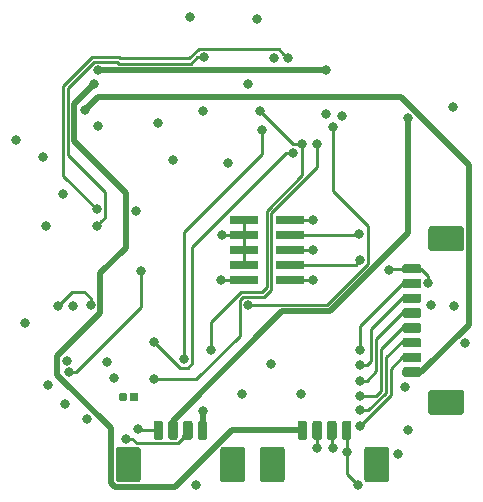
<source format=gbl>
G04 #@! TF.GenerationSoftware,KiCad,Pcbnew,(5.1.5)-3*
G04 #@! TF.CreationDate,2021-09-26T22:58:58-04:00*
G04 #@! TF.ProjectId,EPC611 LIDAR,45504336-3131-4204-9c49-4441522e6b69,rev?*
G04 #@! TF.SameCoordinates,Original*
G04 #@! TF.FileFunction,Copper,L4,Bot*
G04 #@! TF.FilePolarity,Positive*
%FSLAX46Y46*%
G04 Gerber Fmt 4.6, Leading zero omitted, Abs format (unit mm)*
G04 Created by KiCad (PCBNEW (5.1.5)-3) date 2021-09-26 22:58:58*
%MOMM*%
%LPD*%
G04 APERTURE LIST*
%ADD10O,0.780000X0.780000*%
%ADD11R,0.780000X0.780000*%
%ADD12C,0.100000*%
%ADD13R,2.400000X0.740000*%
%ADD14C,0.800000*%
%ADD15C,0.250000*%
%ADD16C,0.500000*%
G04 APERTURE END LIST*
D10*
X89700000Y-106600000D03*
D11*
X90700000Y-106600000D03*
G04 #@! TA.AperFunction,SMDPad,CuDef*
D12*
G36*
X118374504Y-105976204D02*
G01*
X118398773Y-105979804D01*
X118422571Y-105985765D01*
X118445671Y-105994030D01*
X118467849Y-106004520D01*
X118488893Y-106017133D01*
X118508598Y-106031747D01*
X118526777Y-106048223D01*
X118543253Y-106066402D01*
X118557867Y-106086107D01*
X118570480Y-106107151D01*
X118580970Y-106129329D01*
X118589235Y-106152429D01*
X118595196Y-106176227D01*
X118598796Y-106200496D01*
X118600000Y-106225000D01*
X118600000Y-107825000D01*
X118598796Y-107849504D01*
X118595196Y-107873773D01*
X118589235Y-107897571D01*
X118580970Y-107920671D01*
X118570480Y-107942849D01*
X118557867Y-107963893D01*
X118543253Y-107983598D01*
X118526777Y-108001777D01*
X118508598Y-108018253D01*
X118488893Y-108032867D01*
X118467849Y-108045480D01*
X118445671Y-108055970D01*
X118422571Y-108064235D01*
X118398773Y-108070196D01*
X118374504Y-108073796D01*
X118350000Y-108075000D01*
X115850000Y-108075000D01*
X115825496Y-108073796D01*
X115801227Y-108070196D01*
X115777429Y-108064235D01*
X115754329Y-108055970D01*
X115732151Y-108045480D01*
X115711107Y-108032867D01*
X115691402Y-108018253D01*
X115673223Y-108001777D01*
X115656747Y-107983598D01*
X115642133Y-107963893D01*
X115629520Y-107942849D01*
X115619030Y-107920671D01*
X115610765Y-107897571D01*
X115604804Y-107873773D01*
X115601204Y-107849504D01*
X115600000Y-107825000D01*
X115600000Y-106225000D01*
X115601204Y-106200496D01*
X115604804Y-106176227D01*
X115610765Y-106152429D01*
X115619030Y-106129329D01*
X115629520Y-106107151D01*
X115642133Y-106086107D01*
X115656747Y-106066402D01*
X115673223Y-106048223D01*
X115691402Y-106031747D01*
X115711107Y-106017133D01*
X115732151Y-106004520D01*
X115754329Y-105994030D01*
X115777429Y-105985765D01*
X115801227Y-105979804D01*
X115825496Y-105976204D01*
X115850000Y-105975000D01*
X118350000Y-105975000D01*
X118374504Y-105976204D01*
G37*
G04 #@! TD.AperFunction*
G04 #@! TA.AperFunction,SMDPad,CuDef*
G36*
X118374504Y-92126204D02*
G01*
X118398773Y-92129804D01*
X118422571Y-92135765D01*
X118445671Y-92144030D01*
X118467849Y-92154520D01*
X118488893Y-92167133D01*
X118508598Y-92181747D01*
X118526777Y-92198223D01*
X118543253Y-92216402D01*
X118557867Y-92236107D01*
X118570480Y-92257151D01*
X118580970Y-92279329D01*
X118589235Y-92302429D01*
X118595196Y-92326227D01*
X118598796Y-92350496D01*
X118600000Y-92375000D01*
X118600000Y-93975000D01*
X118598796Y-93999504D01*
X118595196Y-94023773D01*
X118589235Y-94047571D01*
X118580970Y-94070671D01*
X118570480Y-94092849D01*
X118557867Y-94113893D01*
X118543253Y-94133598D01*
X118526777Y-94151777D01*
X118508598Y-94168253D01*
X118488893Y-94182867D01*
X118467849Y-94195480D01*
X118445671Y-94205970D01*
X118422571Y-94214235D01*
X118398773Y-94220196D01*
X118374504Y-94223796D01*
X118350000Y-94225000D01*
X115850000Y-94225000D01*
X115825496Y-94223796D01*
X115801227Y-94220196D01*
X115777429Y-94214235D01*
X115754329Y-94205970D01*
X115732151Y-94195480D01*
X115711107Y-94182867D01*
X115691402Y-94168253D01*
X115673223Y-94151777D01*
X115656747Y-94133598D01*
X115642133Y-94113893D01*
X115629520Y-94092849D01*
X115619030Y-94070671D01*
X115610765Y-94047571D01*
X115604804Y-94023773D01*
X115601204Y-93999504D01*
X115600000Y-93975000D01*
X115600000Y-92375000D01*
X115601204Y-92350496D01*
X115604804Y-92326227D01*
X115610765Y-92302429D01*
X115619030Y-92279329D01*
X115629520Y-92257151D01*
X115642133Y-92236107D01*
X115656747Y-92216402D01*
X115673223Y-92198223D01*
X115691402Y-92181747D01*
X115711107Y-92167133D01*
X115732151Y-92154520D01*
X115754329Y-92144030D01*
X115777429Y-92135765D01*
X115801227Y-92129804D01*
X115825496Y-92126204D01*
X115850000Y-92125000D01*
X118350000Y-92125000D01*
X118374504Y-92126204D01*
G37*
G04 #@! TD.AperFunction*
G04 #@! TA.AperFunction,SMDPad,CuDef*
G36*
X114819603Y-104075963D02*
G01*
X114839018Y-104078843D01*
X114858057Y-104083612D01*
X114876537Y-104090224D01*
X114894279Y-104098616D01*
X114911114Y-104108706D01*
X114926879Y-104120398D01*
X114941421Y-104133579D01*
X114954602Y-104148121D01*
X114966294Y-104163886D01*
X114976384Y-104180721D01*
X114984776Y-104198463D01*
X114991388Y-104216943D01*
X114996157Y-104235982D01*
X114999037Y-104255397D01*
X115000000Y-104275000D01*
X115000000Y-104675000D01*
X114999037Y-104694603D01*
X114996157Y-104714018D01*
X114991388Y-104733057D01*
X114984776Y-104751537D01*
X114976384Y-104769279D01*
X114966294Y-104786114D01*
X114954602Y-104801879D01*
X114941421Y-104816421D01*
X114926879Y-104829602D01*
X114911114Y-104841294D01*
X114894279Y-104851384D01*
X114876537Y-104859776D01*
X114858057Y-104866388D01*
X114839018Y-104871157D01*
X114819603Y-104874037D01*
X114800000Y-104875000D01*
X113600000Y-104875000D01*
X113580397Y-104874037D01*
X113560982Y-104871157D01*
X113541943Y-104866388D01*
X113523463Y-104859776D01*
X113505721Y-104851384D01*
X113488886Y-104841294D01*
X113473121Y-104829602D01*
X113458579Y-104816421D01*
X113445398Y-104801879D01*
X113433706Y-104786114D01*
X113423616Y-104769279D01*
X113415224Y-104751537D01*
X113408612Y-104733057D01*
X113403843Y-104714018D01*
X113400963Y-104694603D01*
X113400000Y-104675000D01*
X113400000Y-104275000D01*
X113400963Y-104255397D01*
X113403843Y-104235982D01*
X113408612Y-104216943D01*
X113415224Y-104198463D01*
X113423616Y-104180721D01*
X113433706Y-104163886D01*
X113445398Y-104148121D01*
X113458579Y-104133579D01*
X113473121Y-104120398D01*
X113488886Y-104108706D01*
X113505721Y-104098616D01*
X113523463Y-104090224D01*
X113541943Y-104083612D01*
X113560982Y-104078843D01*
X113580397Y-104075963D01*
X113600000Y-104075000D01*
X114800000Y-104075000D01*
X114819603Y-104075963D01*
G37*
G04 #@! TD.AperFunction*
G04 #@! TA.AperFunction,SMDPad,CuDef*
G36*
X114819603Y-102825963D02*
G01*
X114839018Y-102828843D01*
X114858057Y-102833612D01*
X114876537Y-102840224D01*
X114894279Y-102848616D01*
X114911114Y-102858706D01*
X114926879Y-102870398D01*
X114941421Y-102883579D01*
X114954602Y-102898121D01*
X114966294Y-102913886D01*
X114976384Y-102930721D01*
X114984776Y-102948463D01*
X114991388Y-102966943D01*
X114996157Y-102985982D01*
X114999037Y-103005397D01*
X115000000Y-103025000D01*
X115000000Y-103425000D01*
X114999037Y-103444603D01*
X114996157Y-103464018D01*
X114991388Y-103483057D01*
X114984776Y-103501537D01*
X114976384Y-103519279D01*
X114966294Y-103536114D01*
X114954602Y-103551879D01*
X114941421Y-103566421D01*
X114926879Y-103579602D01*
X114911114Y-103591294D01*
X114894279Y-103601384D01*
X114876537Y-103609776D01*
X114858057Y-103616388D01*
X114839018Y-103621157D01*
X114819603Y-103624037D01*
X114800000Y-103625000D01*
X113600000Y-103625000D01*
X113580397Y-103624037D01*
X113560982Y-103621157D01*
X113541943Y-103616388D01*
X113523463Y-103609776D01*
X113505721Y-103601384D01*
X113488886Y-103591294D01*
X113473121Y-103579602D01*
X113458579Y-103566421D01*
X113445398Y-103551879D01*
X113433706Y-103536114D01*
X113423616Y-103519279D01*
X113415224Y-103501537D01*
X113408612Y-103483057D01*
X113403843Y-103464018D01*
X113400963Y-103444603D01*
X113400000Y-103425000D01*
X113400000Y-103025000D01*
X113400963Y-103005397D01*
X113403843Y-102985982D01*
X113408612Y-102966943D01*
X113415224Y-102948463D01*
X113423616Y-102930721D01*
X113433706Y-102913886D01*
X113445398Y-102898121D01*
X113458579Y-102883579D01*
X113473121Y-102870398D01*
X113488886Y-102858706D01*
X113505721Y-102848616D01*
X113523463Y-102840224D01*
X113541943Y-102833612D01*
X113560982Y-102828843D01*
X113580397Y-102825963D01*
X113600000Y-102825000D01*
X114800000Y-102825000D01*
X114819603Y-102825963D01*
G37*
G04 #@! TD.AperFunction*
G04 #@! TA.AperFunction,SMDPad,CuDef*
G36*
X114819603Y-101575963D02*
G01*
X114839018Y-101578843D01*
X114858057Y-101583612D01*
X114876537Y-101590224D01*
X114894279Y-101598616D01*
X114911114Y-101608706D01*
X114926879Y-101620398D01*
X114941421Y-101633579D01*
X114954602Y-101648121D01*
X114966294Y-101663886D01*
X114976384Y-101680721D01*
X114984776Y-101698463D01*
X114991388Y-101716943D01*
X114996157Y-101735982D01*
X114999037Y-101755397D01*
X115000000Y-101775000D01*
X115000000Y-102175000D01*
X114999037Y-102194603D01*
X114996157Y-102214018D01*
X114991388Y-102233057D01*
X114984776Y-102251537D01*
X114976384Y-102269279D01*
X114966294Y-102286114D01*
X114954602Y-102301879D01*
X114941421Y-102316421D01*
X114926879Y-102329602D01*
X114911114Y-102341294D01*
X114894279Y-102351384D01*
X114876537Y-102359776D01*
X114858057Y-102366388D01*
X114839018Y-102371157D01*
X114819603Y-102374037D01*
X114800000Y-102375000D01*
X113600000Y-102375000D01*
X113580397Y-102374037D01*
X113560982Y-102371157D01*
X113541943Y-102366388D01*
X113523463Y-102359776D01*
X113505721Y-102351384D01*
X113488886Y-102341294D01*
X113473121Y-102329602D01*
X113458579Y-102316421D01*
X113445398Y-102301879D01*
X113433706Y-102286114D01*
X113423616Y-102269279D01*
X113415224Y-102251537D01*
X113408612Y-102233057D01*
X113403843Y-102214018D01*
X113400963Y-102194603D01*
X113400000Y-102175000D01*
X113400000Y-101775000D01*
X113400963Y-101755397D01*
X113403843Y-101735982D01*
X113408612Y-101716943D01*
X113415224Y-101698463D01*
X113423616Y-101680721D01*
X113433706Y-101663886D01*
X113445398Y-101648121D01*
X113458579Y-101633579D01*
X113473121Y-101620398D01*
X113488886Y-101608706D01*
X113505721Y-101598616D01*
X113523463Y-101590224D01*
X113541943Y-101583612D01*
X113560982Y-101578843D01*
X113580397Y-101575963D01*
X113600000Y-101575000D01*
X114800000Y-101575000D01*
X114819603Y-101575963D01*
G37*
G04 #@! TD.AperFunction*
G04 #@! TA.AperFunction,SMDPad,CuDef*
G36*
X114819603Y-100325963D02*
G01*
X114839018Y-100328843D01*
X114858057Y-100333612D01*
X114876537Y-100340224D01*
X114894279Y-100348616D01*
X114911114Y-100358706D01*
X114926879Y-100370398D01*
X114941421Y-100383579D01*
X114954602Y-100398121D01*
X114966294Y-100413886D01*
X114976384Y-100430721D01*
X114984776Y-100448463D01*
X114991388Y-100466943D01*
X114996157Y-100485982D01*
X114999037Y-100505397D01*
X115000000Y-100525000D01*
X115000000Y-100925000D01*
X114999037Y-100944603D01*
X114996157Y-100964018D01*
X114991388Y-100983057D01*
X114984776Y-101001537D01*
X114976384Y-101019279D01*
X114966294Y-101036114D01*
X114954602Y-101051879D01*
X114941421Y-101066421D01*
X114926879Y-101079602D01*
X114911114Y-101091294D01*
X114894279Y-101101384D01*
X114876537Y-101109776D01*
X114858057Y-101116388D01*
X114839018Y-101121157D01*
X114819603Y-101124037D01*
X114800000Y-101125000D01*
X113600000Y-101125000D01*
X113580397Y-101124037D01*
X113560982Y-101121157D01*
X113541943Y-101116388D01*
X113523463Y-101109776D01*
X113505721Y-101101384D01*
X113488886Y-101091294D01*
X113473121Y-101079602D01*
X113458579Y-101066421D01*
X113445398Y-101051879D01*
X113433706Y-101036114D01*
X113423616Y-101019279D01*
X113415224Y-101001537D01*
X113408612Y-100983057D01*
X113403843Y-100964018D01*
X113400963Y-100944603D01*
X113400000Y-100925000D01*
X113400000Y-100525000D01*
X113400963Y-100505397D01*
X113403843Y-100485982D01*
X113408612Y-100466943D01*
X113415224Y-100448463D01*
X113423616Y-100430721D01*
X113433706Y-100413886D01*
X113445398Y-100398121D01*
X113458579Y-100383579D01*
X113473121Y-100370398D01*
X113488886Y-100358706D01*
X113505721Y-100348616D01*
X113523463Y-100340224D01*
X113541943Y-100333612D01*
X113560982Y-100328843D01*
X113580397Y-100325963D01*
X113600000Y-100325000D01*
X114800000Y-100325000D01*
X114819603Y-100325963D01*
G37*
G04 #@! TD.AperFunction*
G04 #@! TA.AperFunction,SMDPad,CuDef*
G36*
X114819603Y-99075963D02*
G01*
X114839018Y-99078843D01*
X114858057Y-99083612D01*
X114876537Y-99090224D01*
X114894279Y-99098616D01*
X114911114Y-99108706D01*
X114926879Y-99120398D01*
X114941421Y-99133579D01*
X114954602Y-99148121D01*
X114966294Y-99163886D01*
X114976384Y-99180721D01*
X114984776Y-99198463D01*
X114991388Y-99216943D01*
X114996157Y-99235982D01*
X114999037Y-99255397D01*
X115000000Y-99275000D01*
X115000000Y-99675000D01*
X114999037Y-99694603D01*
X114996157Y-99714018D01*
X114991388Y-99733057D01*
X114984776Y-99751537D01*
X114976384Y-99769279D01*
X114966294Y-99786114D01*
X114954602Y-99801879D01*
X114941421Y-99816421D01*
X114926879Y-99829602D01*
X114911114Y-99841294D01*
X114894279Y-99851384D01*
X114876537Y-99859776D01*
X114858057Y-99866388D01*
X114839018Y-99871157D01*
X114819603Y-99874037D01*
X114800000Y-99875000D01*
X113600000Y-99875000D01*
X113580397Y-99874037D01*
X113560982Y-99871157D01*
X113541943Y-99866388D01*
X113523463Y-99859776D01*
X113505721Y-99851384D01*
X113488886Y-99841294D01*
X113473121Y-99829602D01*
X113458579Y-99816421D01*
X113445398Y-99801879D01*
X113433706Y-99786114D01*
X113423616Y-99769279D01*
X113415224Y-99751537D01*
X113408612Y-99733057D01*
X113403843Y-99714018D01*
X113400963Y-99694603D01*
X113400000Y-99675000D01*
X113400000Y-99275000D01*
X113400963Y-99255397D01*
X113403843Y-99235982D01*
X113408612Y-99216943D01*
X113415224Y-99198463D01*
X113423616Y-99180721D01*
X113433706Y-99163886D01*
X113445398Y-99148121D01*
X113458579Y-99133579D01*
X113473121Y-99120398D01*
X113488886Y-99108706D01*
X113505721Y-99098616D01*
X113523463Y-99090224D01*
X113541943Y-99083612D01*
X113560982Y-99078843D01*
X113580397Y-99075963D01*
X113600000Y-99075000D01*
X114800000Y-99075000D01*
X114819603Y-99075963D01*
G37*
G04 #@! TD.AperFunction*
G04 #@! TA.AperFunction,SMDPad,CuDef*
G36*
X114819603Y-97825963D02*
G01*
X114839018Y-97828843D01*
X114858057Y-97833612D01*
X114876537Y-97840224D01*
X114894279Y-97848616D01*
X114911114Y-97858706D01*
X114926879Y-97870398D01*
X114941421Y-97883579D01*
X114954602Y-97898121D01*
X114966294Y-97913886D01*
X114976384Y-97930721D01*
X114984776Y-97948463D01*
X114991388Y-97966943D01*
X114996157Y-97985982D01*
X114999037Y-98005397D01*
X115000000Y-98025000D01*
X115000000Y-98425000D01*
X114999037Y-98444603D01*
X114996157Y-98464018D01*
X114991388Y-98483057D01*
X114984776Y-98501537D01*
X114976384Y-98519279D01*
X114966294Y-98536114D01*
X114954602Y-98551879D01*
X114941421Y-98566421D01*
X114926879Y-98579602D01*
X114911114Y-98591294D01*
X114894279Y-98601384D01*
X114876537Y-98609776D01*
X114858057Y-98616388D01*
X114839018Y-98621157D01*
X114819603Y-98624037D01*
X114800000Y-98625000D01*
X113600000Y-98625000D01*
X113580397Y-98624037D01*
X113560982Y-98621157D01*
X113541943Y-98616388D01*
X113523463Y-98609776D01*
X113505721Y-98601384D01*
X113488886Y-98591294D01*
X113473121Y-98579602D01*
X113458579Y-98566421D01*
X113445398Y-98551879D01*
X113433706Y-98536114D01*
X113423616Y-98519279D01*
X113415224Y-98501537D01*
X113408612Y-98483057D01*
X113403843Y-98464018D01*
X113400963Y-98444603D01*
X113400000Y-98425000D01*
X113400000Y-98025000D01*
X113400963Y-98005397D01*
X113403843Y-97985982D01*
X113408612Y-97966943D01*
X113415224Y-97948463D01*
X113423616Y-97930721D01*
X113433706Y-97913886D01*
X113445398Y-97898121D01*
X113458579Y-97883579D01*
X113473121Y-97870398D01*
X113488886Y-97858706D01*
X113505721Y-97848616D01*
X113523463Y-97840224D01*
X113541943Y-97833612D01*
X113560982Y-97828843D01*
X113580397Y-97825963D01*
X113600000Y-97825000D01*
X114800000Y-97825000D01*
X114819603Y-97825963D01*
G37*
G04 #@! TD.AperFunction*
G04 #@! TA.AperFunction,SMDPad,CuDef*
G36*
X114819603Y-96575963D02*
G01*
X114839018Y-96578843D01*
X114858057Y-96583612D01*
X114876537Y-96590224D01*
X114894279Y-96598616D01*
X114911114Y-96608706D01*
X114926879Y-96620398D01*
X114941421Y-96633579D01*
X114954602Y-96648121D01*
X114966294Y-96663886D01*
X114976384Y-96680721D01*
X114984776Y-96698463D01*
X114991388Y-96716943D01*
X114996157Y-96735982D01*
X114999037Y-96755397D01*
X115000000Y-96775000D01*
X115000000Y-97175000D01*
X114999037Y-97194603D01*
X114996157Y-97214018D01*
X114991388Y-97233057D01*
X114984776Y-97251537D01*
X114976384Y-97269279D01*
X114966294Y-97286114D01*
X114954602Y-97301879D01*
X114941421Y-97316421D01*
X114926879Y-97329602D01*
X114911114Y-97341294D01*
X114894279Y-97351384D01*
X114876537Y-97359776D01*
X114858057Y-97366388D01*
X114839018Y-97371157D01*
X114819603Y-97374037D01*
X114800000Y-97375000D01*
X113600000Y-97375000D01*
X113580397Y-97374037D01*
X113560982Y-97371157D01*
X113541943Y-97366388D01*
X113523463Y-97359776D01*
X113505721Y-97351384D01*
X113488886Y-97341294D01*
X113473121Y-97329602D01*
X113458579Y-97316421D01*
X113445398Y-97301879D01*
X113433706Y-97286114D01*
X113423616Y-97269279D01*
X113415224Y-97251537D01*
X113408612Y-97233057D01*
X113403843Y-97214018D01*
X113400963Y-97194603D01*
X113400000Y-97175000D01*
X113400000Y-96775000D01*
X113400963Y-96755397D01*
X113403843Y-96735982D01*
X113408612Y-96716943D01*
X113415224Y-96698463D01*
X113423616Y-96680721D01*
X113433706Y-96663886D01*
X113445398Y-96648121D01*
X113458579Y-96633579D01*
X113473121Y-96620398D01*
X113488886Y-96608706D01*
X113505721Y-96598616D01*
X113523463Y-96590224D01*
X113541943Y-96583612D01*
X113560982Y-96578843D01*
X113580397Y-96575963D01*
X113600000Y-96575000D01*
X114800000Y-96575000D01*
X114819603Y-96575963D01*
G37*
G04 #@! TD.AperFunction*
G04 #@! TA.AperFunction,SMDPad,CuDef*
G36*
X114819603Y-95325963D02*
G01*
X114839018Y-95328843D01*
X114858057Y-95333612D01*
X114876537Y-95340224D01*
X114894279Y-95348616D01*
X114911114Y-95358706D01*
X114926879Y-95370398D01*
X114941421Y-95383579D01*
X114954602Y-95398121D01*
X114966294Y-95413886D01*
X114976384Y-95430721D01*
X114984776Y-95448463D01*
X114991388Y-95466943D01*
X114996157Y-95485982D01*
X114999037Y-95505397D01*
X115000000Y-95525000D01*
X115000000Y-95925000D01*
X114999037Y-95944603D01*
X114996157Y-95964018D01*
X114991388Y-95983057D01*
X114984776Y-96001537D01*
X114976384Y-96019279D01*
X114966294Y-96036114D01*
X114954602Y-96051879D01*
X114941421Y-96066421D01*
X114926879Y-96079602D01*
X114911114Y-96091294D01*
X114894279Y-96101384D01*
X114876537Y-96109776D01*
X114858057Y-96116388D01*
X114839018Y-96121157D01*
X114819603Y-96124037D01*
X114800000Y-96125000D01*
X113600000Y-96125000D01*
X113580397Y-96124037D01*
X113560982Y-96121157D01*
X113541943Y-96116388D01*
X113523463Y-96109776D01*
X113505721Y-96101384D01*
X113488886Y-96091294D01*
X113473121Y-96079602D01*
X113458579Y-96066421D01*
X113445398Y-96051879D01*
X113433706Y-96036114D01*
X113423616Y-96019279D01*
X113415224Y-96001537D01*
X113408612Y-95983057D01*
X113403843Y-95964018D01*
X113400963Y-95944603D01*
X113400000Y-95925000D01*
X113400000Y-95525000D01*
X113400963Y-95505397D01*
X113403843Y-95485982D01*
X113408612Y-95466943D01*
X113415224Y-95448463D01*
X113423616Y-95430721D01*
X113433706Y-95413886D01*
X113445398Y-95398121D01*
X113458579Y-95383579D01*
X113473121Y-95370398D01*
X113488886Y-95358706D01*
X113505721Y-95348616D01*
X113523463Y-95340224D01*
X113541943Y-95333612D01*
X113560982Y-95328843D01*
X113580397Y-95325963D01*
X113600000Y-95325000D01*
X114800000Y-95325000D01*
X114819603Y-95325963D01*
G37*
G04 #@! TD.AperFunction*
G04 #@! TA.AperFunction,SMDPad,CuDef*
G36*
X103199504Y-110801204D02*
G01*
X103223773Y-110804804D01*
X103247571Y-110810765D01*
X103270671Y-110819030D01*
X103292849Y-110829520D01*
X103313893Y-110842133D01*
X103333598Y-110856747D01*
X103351777Y-110873223D01*
X103368253Y-110891402D01*
X103382867Y-110911107D01*
X103395480Y-110932151D01*
X103405970Y-110954329D01*
X103414235Y-110977429D01*
X103420196Y-111001227D01*
X103423796Y-111025496D01*
X103425000Y-111050000D01*
X103425000Y-113550000D01*
X103423796Y-113574504D01*
X103420196Y-113598773D01*
X103414235Y-113622571D01*
X103405970Y-113645671D01*
X103395480Y-113667849D01*
X103382867Y-113688893D01*
X103368253Y-113708598D01*
X103351777Y-113726777D01*
X103333598Y-113743253D01*
X103313893Y-113757867D01*
X103292849Y-113770480D01*
X103270671Y-113780970D01*
X103247571Y-113789235D01*
X103223773Y-113795196D01*
X103199504Y-113798796D01*
X103175000Y-113800000D01*
X101575000Y-113800000D01*
X101550496Y-113798796D01*
X101526227Y-113795196D01*
X101502429Y-113789235D01*
X101479329Y-113780970D01*
X101457151Y-113770480D01*
X101436107Y-113757867D01*
X101416402Y-113743253D01*
X101398223Y-113726777D01*
X101381747Y-113708598D01*
X101367133Y-113688893D01*
X101354520Y-113667849D01*
X101344030Y-113645671D01*
X101335765Y-113622571D01*
X101329804Y-113598773D01*
X101326204Y-113574504D01*
X101325000Y-113550000D01*
X101325000Y-111050000D01*
X101326204Y-111025496D01*
X101329804Y-111001227D01*
X101335765Y-110977429D01*
X101344030Y-110954329D01*
X101354520Y-110932151D01*
X101367133Y-110911107D01*
X101381747Y-110891402D01*
X101398223Y-110873223D01*
X101416402Y-110856747D01*
X101436107Y-110842133D01*
X101457151Y-110829520D01*
X101479329Y-110819030D01*
X101502429Y-110810765D01*
X101526227Y-110804804D01*
X101550496Y-110801204D01*
X101575000Y-110800000D01*
X103175000Y-110800000D01*
X103199504Y-110801204D01*
G37*
G04 #@! TD.AperFunction*
G04 #@! TA.AperFunction,SMDPad,CuDef*
G36*
X112049504Y-110801204D02*
G01*
X112073773Y-110804804D01*
X112097571Y-110810765D01*
X112120671Y-110819030D01*
X112142849Y-110829520D01*
X112163893Y-110842133D01*
X112183598Y-110856747D01*
X112201777Y-110873223D01*
X112218253Y-110891402D01*
X112232867Y-110911107D01*
X112245480Y-110932151D01*
X112255970Y-110954329D01*
X112264235Y-110977429D01*
X112270196Y-111001227D01*
X112273796Y-111025496D01*
X112275000Y-111050000D01*
X112275000Y-113550000D01*
X112273796Y-113574504D01*
X112270196Y-113598773D01*
X112264235Y-113622571D01*
X112255970Y-113645671D01*
X112245480Y-113667849D01*
X112232867Y-113688893D01*
X112218253Y-113708598D01*
X112201777Y-113726777D01*
X112183598Y-113743253D01*
X112163893Y-113757867D01*
X112142849Y-113770480D01*
X112120671Y-113780970D01*
X112097571Y-113789235D01*
X112073773Y-113795196D01*
X112049504Y-113798796D01*
X112025000Y-113800000D01*
X110425000Y-113800000D01*
X110400496Y-113798796D01*
X110376227Y-113795196D01*
X110352429Y-113789235D01*
X110329329Y-113780970D01*
X110307151Y-113770480D01*
X110286107Y-113757867D01*
X110266402Y-113743253D01*
X110248223Y-113726777D01*
X110231747Y-113708598D01*
X110217133Y-113688893D01*
X110204520Y-113667849D01*
X110194030Y-113645671D01*
X110185765Y-113622571D01*
X110179804Y-113598773D01*
X110176204Y-113574504D01*
X110175000Y-113550000D01*
X110175000Y-111050000D01*
X110176204Y-111025496D01*
X110179804Y-111001227D01*
X110185765Y-110977429D01*
X110194030Y-110954329D01*
X110204520Y-110932151D01*
X110217133Y-110911107D01*
X110231747Y-110891402D01*
X110248223Y-110873223D01*
X110266402Y-110856747D01*
X110286107Y-110842133D01*
X110307151Y-110829520D01*
X110329329Y-110819030D01*
X110352429Y-110810765D01*
X110376227Y-110804804D01*
X110400496Y-110801204D01*
X110425000Y-110800000D01*
X112025000Y-110800000D01*
X112049504Y-110801204D01*
G37*
G04 #@! TD.AperFunction*
G04 #@! TA.AperFunction,SMDPad,CuDef*
G36*
X105144603Y-108600963D02*
G01*
X105164018Y-108603843D01*
X105183057Y-108608612D01*
X105201537Y-108615224D01*
X105219279Y-108623616D01*
X105236114Y-108633706D01*
X105251879Y-108645398D01*
X105266421Y-108658579D01*
X105279602Y-108673121D01*
X105291294Y-108688886D01*
X105301384Y-108705721D01*
X105309776Y-108723463D01*
X105316388Y-108741943D01*
X105321157Y-108760982D01*
X105324037Y-108780397D01*
X105325000Y-108800000D01*
X105325000Y-110000000D01*
X105324037Y-110019603D01*
X105321157Y-110039018D01*
X105316388Y-110058057D01*
X105309776Y-110076537D01*
X105301384Y-110094279D01*
X105291294Y-110111114D01*
X105279602Y-110126879D01*
X105266421Y-110141421D01*
X105251879Y-110154602D01*
X105236114Y-110166294D01*
X105219279Y-110176384D01*
X105201537Y-110184776D01*
X105183057Y-110191388D01*
X105164018Y-110196157D01*
X105144603Y-110199037D01*
X105125000Y-110200000D01*
X104725000Y-110200000D01*
X104705397Y-110199037D01*
X104685982Y-110196157D01*
X104666943Y-110191388D01*
X104648463Y-110184776D01*
X104630721Y-110176384D01*
X104613886Y-110166294D01*
X104598121Y-110154602D01*
X104583579Y-110141421D01*
X104570398Y-110126879D01*
X104558706Y-110111114D01*
X104548616Y-110094279D01*
X104540224Y-110076537D01*
X104533612Y-110058057D01*
X104528843Y-110039018D01*
X104525963Y-110019603D01*
X104525000Y-110000000D01*
X104525000Y-108800000D01*
X104525963Y-108780397D01*
X104528843Y-108760982D01*
X104533612Y-108741943D01*
X104540224Y-108723463D01*
X104548616Y-108705721D01*
X104558706Y-108688886D01*
X104570398Y-108673121D01*
X104583579Y-108658579D01*
X104598121Y-108645398D01*
X104613886Y-108633706D01*
X104630721Y-108623616D01*
X104648463Y-108615224D01*
X104666943Y-108608612D01*
X104685982Y-108603843D01*
X104705397Y-108600963D01*
X104725000Y-108600000D01*
X105125000Y-108600000D01*
X105144603Y-108600963D01*
G37*
G04 #@! TD.AperFunction*
G04 #@! TA.AperFunction,SMDPad,CuDef*
G36*
X106394603Y-108600963D02*
G01*
X106414018Y-108603843D01*
X106433057Y-108608612D01*
X106451537Y-108615224D01*
X106469279Y-108623616D01*
X106486114Y-108633706D01*
X106501879Y-108645398D01*
X106516421Y-108658579D01*
X106529602Y-108673121D01*
X106541294Y-108688886D01*
X106551384Y-108705721D01*
X106559776Y-108723463D01*
X106566388Y-108741943D01*
X106571157Y-108760982D01*
X106574037Y-108780397D01*
X106575000Y-108800000D01*
X106575000Y-110000000D01*
X106574037Y-110019603D01*
X106571157Y-110039018D01*
X106566388Y-110058057D01*
X106559776Y-110076537D01*
X106551384Y-110094279D01*
X106541294Y-110111114D01*
X106529602Y-110126879D01*
X106516421Y-110141421D01*
X106501879Y-110154602D01*
X106486114Y-110166294D01*
X106469279Y-110176384D01*
X106451537Y-110184776D01*
X106433057Y-110191388D01*
X106414018Y-110196157D01*
X106394603Y-110199037D01*
X106375000Y-110200000D01*
X105975000Y-110200000D01*
X105955397Y-110199037D01*
X105935982Y-110196157D01*
X105916943Y-110191388D01*
X105898463Y-110184776D01*
X105880721Y-110176384D01*
X105863886Y-110166294D01*
X105848121Y-110154602D01*
X105833579Y-110141421D01*
X105820398Y-110126879D01*
X105808706Y-110111114D01*
X105798616Y-110094279D01*
X105790224Y-110076537D01*
X105783612Y-110058057D01*
X105778843Y-110039018D01*
X105775963Y-110019603D01*
X105775000Y-110000000D01*
X105775000Y-108800000D01*
X105775963Y-108780397D01*
X105778843Y-108760982D01*
X105783612Y-108741943D01*
X105790224Y-108723463D01*
X105798616Y-108705721D01*
X105808706Y-108688886D01*
X105820398Y-108673121D01*
X105833579Y-108658579D01*
X105848121Y-108645398D01*
X105863886Y-108633706D01*
X105880721Y-108623616D01*
X105898463Y-108615224D01*
X105916943Y-108608612D01*
X105935982Y-108603843D01*
X105955397Y-108600963D01*
X105975000Y-108600000D01*
X106375000Y-108600000D01*
X106394603Y-108600963D01*
G37*
G04 #@! TD.AperFunction*
G04 #@! TA.AperFunction,SMDPad,CuDef*
G36*
X107644603Y-108600963D02*
G01*
X107664018Y-108603843D01*
X107683057Y-108608612D01*
X107701537Y-108615224D01*
X107719279Y-108623616D01*
X107736114Y-108633706D01*
X107751879Y-108645398D01*
X107766421Y-108658579D01*
X107779602Y-108673121D01*
X107791294Y-108688886D01*
X107801384Y-108705721D01*
X107809776Y-108723463D01*
X107816388Y-108741943D01*
X107821157Y-108760982D01*
X107824037Y-108780397D01*
X107825000Y-108800000D01*
X107825000Y-110000000D01*
X107824037Y-110019603D01*
X107821157Y-110039018D01*
X107816388Y-110058057D01*
X107809776Y-110076537D01*
X107801384Y-110094279D01*
X107791294Y-110111114D01*
X107779602Y-110126879D01*
X107766421Y-110141421D01*
X107751879Y-110154602D01*
X107736114Y-110166294D01*
X107719279Y-110176384D01*
X107701537Y-110184776D01*
X107683057Y-110191388D01*
X107664018Y-110196157D01*
X107644603Y-110199037D01*
X107625000Y-110200000D01*
X107225000Y-110200000D01*
X107205397Y-110199037D01*
X107185982Y-110196157D01*
X107166943Y-110191388D01*
X107148463Y-110184776D01*
X107130721Y-110176384D01*
X107113886Y-110166294D01*
X107098121Y-110154602D01*
X107083579Y-110141421D01*
X107070398Y-110126879D01*
X107058706Y-110111114D01*
X107048616Y-110094279D01*
X107040224Y-110076537D01*
X107033612Y-110058057D01*
X107028843Y-110039018D01*
X107025963Y-110019603D01*
X107025000Y-110000000D01*
X107025000Y-108800000D01*
X107025963Y-108780397D01*
X107028843Y-108760982D01*
X107033612Y-108741943D01*
X107040224Y-108723463D01*
X107048616Y-108705721D01*
X107058706Y-108688886D01*
X107070398Y-108673121D01*
X107083579Y-108658579D01*
X107098121Y-108645398D01*
X107113886Y-108633706D01*
X107130721Y-108623616D01*
X107148463Y-108615224D01*
X107166943Y-108608612D01*
X107185982Y-108603843D01*
X107205397Y-108600963D01*
X107225000Y-108600000D01*
X107625000Y-108600000D01*
X107644603Y-108600963D01*
G37*
G04 #@! TD.AperFunction*
G04 #@! TA.AperFunction,SMDPad,CuDef*
G36*
X108894603Y-108600963D02*
G01*
X108914018Y-108603843D01*
X108933057Y-108608612D01*
X108951537Y-108615224D01*
X108969279Y-108623616D01*
X108986114Y-108633706D01*
X109001879Y-108645398D01*
X109016421Y-108658579D01*
X109029602Y-108673121D01*
X109041294Y-108688886D01*
X109051384Y-108705721D01*
X109059776Y-108723463D01*
X109066388Y-108741943D01*
X109071157Y-108760982D01*
X109074037Y-108780397D01*
X109075000Y-108800000D01*
X109075000Y-110000000D01*
X109074037Y-110019603D01*
X109071157Y-110039018D01*
X109066388Y-110058057D01*
X109059776Y-110076537D01*
X109051384Y-110094279D01*
X109041294Y-110111114D01*
X109029602Y-110126879D01*
X109016421Y-110141421D01*
X109001879Y-110154602D01*
X108986114Y-110166294D01*
X108969279Y-110176384D01*
X108951537Y-110184776D01*
X108933057Y-110191388D01*
X108914018Y-110196157D01*
X108894603Y-110199037D01*
X108875000Y-110200000D01*
X108475000Y-110200000D01*
X108455397Y-110199037D01*
X108435982Y-110196157D01*
X108416943Y-110191388D01*
X108398463Y-110184776D01*
X108380721Y-110176384D01*
X108363886Y-110166294D01*
X108348121Y-110154602D01*
X108333579Y-110141421D01*
X108320398Y-110126879D01*
X108308706Y-110111114D01*
X108298616Y-110094279D01*
X108290224Y-110076537D01*
X108283612Y-110058057D01*
X108278843Y-110039018D01*
X108275963Y-110019603D01*
X108275000Y-110000000D01*
X108275000Y-108800000D01*
X108275963Y-108780397D01*
X108278843Y-108760982D01*
X108283612Y-108741943D01*
X108290224Y-108723463D01*
X108298616Y-108705721D01*
X108308706Y-108688886D01*
X108320398Y-108673121D01*
X108333579Y-108658579D01*
X108348121Y-108645398D01*
X108363886Y-108633706D01*
X108380721Y-108623616D01*
X108398463Y-108615224D01*
X108416943Y-108608612D01*
X108435982Y-108603843D01*
X108455397Y-108600963D01*
X108475000Y-108600000D01*
X108875000Y-108600000D01*
X108894603Y-108600963D01*
G37*
G04 #@! TD.AperFunction*
D13*
X103850000Y-91560000D03*
X99950000Y-91560000D03*
X103850000Y-92830000D03*
X99950000Y-92830000D03*
X103850000Y-94100000D03*
X99950000Y-94100000D03*
X103850000Y-95370000D03*
X99950000Y-95370000D03*
X103850000Y-96640000D03*
X99950000Y-96640000D03*
G04 #@! TA.AperFunction,SMDPad,CuDef*
D12*
G36*
X90999504Y-110801204D02*
G01*
X91023773Y-110804804D01*
X91047571Y-110810765D01*
X91070671Y-110819030D01*
X91092849Y-110829520D01*
X91113893Y-110842133D01*
X91133598Y-110856747D01*
X91151777Y-110873223D01*
X91168253Y-110891402D01*
X91182867Y-110911107D01*
X91195480Y-110932151D01*
X91205970Y-110954329D01*
X91214235Y-110977429D01*
X91220196Y-111001227D01*
X91223796Y-111025496D01*
X91225000Y-111050000D01*
X91225000Y-113550000D01*
X91223796Y-113574504D01*
X91220196Y-113598773D01*
X91214235Y-113622571D01*
X91205970Y-113645671D01*
X91195480Y-113667849D01*
X91182867Y-113688893D01*
X91168253Y-113708598D01*
X91151777Y-113726777D01*
X91133598Y-113743253D01*
X91113893Y-113757867D01*
X91092849Y-113770480D01*
X91070671Y-113780970D01*
X91047571Y-113789235D01*
X91023773Y-113795196D01*
X90999504Y-113798796D01*
X90975000Y-113800000D01*
X89375000Y-113800000D01*
X89350496Y-113798796D01*
X89326227Y-113795196D01*
X89302429Y-113789235D01*
X89279329Y-113780970D01*
X89257151Y-113770480D01*
X89236107Y-113757867D01*
X89216402Y-113743253D01*
X89198223Y-113726777D01*
X89181747Y-113708598D01*
X89167133Y-113688893D01*
X89154520Y-113667849D01*
X89144030Y-113645671D01*
X89135765Y-113622571D01*
X89129804Y-113598773D01*
X89126204Y-113574504D01*
X89125000Y-113550000D01*
X89125000Y-111050000D01*
X89126204Y-111025496D01*
X89129804Y-111001227D01*
X89135765Y-110977429D01*
X89144030Y-110954329D01*
X89154520Y-110932151D01*
X89167133Y-110911107D01*
X89181747Y-110891402D01*
X89198223Y-110873223D01*
X89216402Y-110856747D01*
X89236107Y-110842133D01*
X89257151Y-110829520D01*
X89279329Y-110819030D01*
X89302429Y-110810765D01*
X89326227Y-110804804D01*
X89350496Y-110801204D01*
X89375000Y-110800000D01*
X90975000Y-110800000D01*
X90999504Y-110801204D01*
G37*
G04 #@! TD.AperFunction*
G04 #@! TA.AperFunction,SMDPad,CuDef*
G36*
X99849504Y-110801204D02*
G01*
X99873773Y-110804804D01*
X99897571Y-110810765D01*
X99920671Y-110819030D01*
X99942849Y-110829520D01*
X99963893Y-110842133D01*
X99983598Y-110856747D01*
X100001777Y-110873223D01*
X100018253Y-110891402D01*
X100032867Y-110911107D01*
X100045480Y-110932151D01*
X100055970Y-110954329D01*
X100064235Y-110977429D01*
X100070196Y-111001227D01*
X100073796Y-111025496D01*
X100075000Y-111050000D01*
X100075000Y-113550000D01*
X100073796Y-113574504D01*
X100070196Y-113598773D01*
X100064235Y-113622571D01*
X100055970Y-113645671D01*
X100045480Y-113667849D01*
X100032867Y-113688893D01*
X100018253Y-113708598D01*
X100001777Y-113726777D01*
X99983598Y-113743253D01*
X99963893Y-113757867D01*
X99942849Y-113770480D01*
X99920671Y-113780970D01*
X99897571Y-113789235D01*
X99873773Y-113795196D01*
X99849504Y-113798796D01*
X99825000Y-113800000D01*
X98225000Y-113800000D01*
X98200496Y-113798796D01*
X98176227Y-113795196D01*
X98152429Y-113789235D01*
X98129329Y-113780970D01*
X98107151Y-113770480D01*
X98086107Y-113757867D01*
X98066402Y-113743253D01*
X98048223Y-113726777D01*
X98031747Y-113708598D01*
X98017133Y-113688893D01*
X98004520Y-113667849D01*
X97994030Y-113645671D01*
X97985765Y-113622571D01*
X97979804Y-113598773D01*
X97976204Y-113574504D01*
X97975000Y-113550000D01*
X97975000Y-111050000D01*
X97976204Y-111025496D01*
X97979804Y-111001227D01*
X97985765Y-110977429D01*
X97994030Y-110954329D01*
X98004520Y-110932151D01*
X98017133Y-110911107D01*
X98031747Y-110891402D01*
X98048223Y-110873223D01*
X98066402Y-110856747D01*
X98086107Y-110842133D01*
X98107151Y-110829520D01*
X98129329Y-110819030D01*
X98152429Y-110810765D01*
X98176227Y-110804804D01*
X98200496Y-110801204D01*
X98225000Y-110800000D01*
X99825000Y-110800000D01*
X99849504Y-110801204D01*
G37*
G04 #@! TD.AperFunction*
G04 #@! TA.AperFunction,SMDPad,CuDef*
G36*
X92944603Y-108600963D02*
G01*
X92964018Y-108603843D01*
X92983057Y-108608612D01*
X93001537Y-108615224D01*
X93019279Y-108623616D01*
X93036114Y-108633706D01*
X93051879Y-108645398D01*
X93066421Y-108658579D01*
X93079602Y-108673121D01*
X93091294Y-108688886D01*
X93101384Y-108705721D01*
X93109776Y-108723463D01*
X93116388Y-108741943D01*
X93121157Y-108760982D01*
X93124037Y-108780397D01*
X93125000Y-108800000D01*
X93125000Y-110000000D01*
X93124037Y-110019603D01*
X93121157Y-110039018D01*
X93116388Y-110058057D01*
X93109776Y-110076537D01*
X93101384Y-110094279D01*
X93091294Y-110111114D01*
X93079602Y-110126879D01*
X93066421Y-110141421D01*
X93051879Y-110154602D01*
X93036114Y-110166294D01*
X93019279Y-110176384D01*
X93001537Y-110184776D01*
X92983057Y-110191388D01*
X92964018Y-110196157D01*
X92944603Y-110199037D01*
X92925000Y-110200000D01*
X92525000Y-110200000D01*
X92505397Y-110199037D01*
X92485982Y-110196157D01*
X92466943Y-110191388D01*
X92448463Y-110184776D01*
X92430721Y-110176384D01*
X92413886Y-110166294D01*
X92398121Y-110154602D01*
X92383579Y-110141421D01*
X92370398Y-110126879D01*
X92358706Y-110111114D01*
X92348616Y-110094279D01*
X92340224Y-110076537D01*
X92333612Y-110058057D01*
X92328843Y-110039018D01*
X92325963Y-110019603D01*
X92325000Y-110000000D01*
X92325000Y-108800000D01*
X92325963Y-108780397D01*
X92328843Y-108760982D01*
X92333612Y-108741943D01*
X92340224Y-108723463D01*
X92348616Y-108705721D01*
X92358706Y-108688886D01*
X92370398Y-108673121D01*
X92383579Y-108658579D01*
X92398121Y-108645398D01*
X92413886Y-108633706D01*
X92430721Y-108623616D01*
X92448463Y-108615224D01*
X92466943Y-108608612D01*
X92485982Y-108603843D01*
X92505397Y-108600963D01*
X92525000Y-108600000D01*
X92925000Y-108600000D01*
X92944603Y-108600963D01*
G37*
G04 #@! TD.AperFunction*
G04 #@! TA.AperFunction,SMDPad,CuDef*
G36*
X94194603Y-108600963D02*
G01*
X94214018Y-108603843D01*
X94233057Y-108608612D01*
X94251537Y-108615224D01*
X94269279Y-108623616D01*
X94286114Y-108633706D01*
X94301879Y-108645398D01*
X94316421Y-108658579D01*
X94329602Y-108673121D01*
X94341294Y-108688886D01*
X94351384Y-108705721D01*
X94359776Y-108723463D01*
X94366388Y-108741943D01*
X94371157Y-108760982D01*
X94374037Y-108780397D01*
X94375000Y-108800000D01*
X94375000Y-110000000D01*
X94374037Y-110019603D01*
X94371157Y-110039018D01*
X94366388Y-110058057D01*
X94359776Y-110076537D01*
X94351384Y-110094279D01*
X94341294Y-110111114D01*
X94329602Y-110126879D01*
X94316421Y-110141421D01*
X94301879Y-110154602D01*
X94286114Y-110166294D01*
X94269279Y-110176384D01*
X94251537Y-110184776D01*
X94233057Y-110191388D01*
X94214018Y-110196157D01*
X94194603Y-110199037D01*
X94175000Y-110200000D01*
X93775000Y-110200000D01*
X93755397Y-110199037D01*
X93735982Y-110196157D01*
X93716943Y-110191388D01*
X93698463Y-110184776D01*
X93680721Y-110176384D01*
X93663886Y-110166294D01*
X93648121Y-110154602D01*
X93633579Y-110141421D01*
X93620398Y-110126879D01*
X93608706Y-110111114D01*
X93598616Y-110094279D01*
X93590224Y-110076537D01*
X93583612Y-110058057D01*
X93578843Y-110039018D01*
X93575963Y-110019603D01*
X93575000Y-110000000D01*
X93575000Y-108800000D01*
X93575963Y-108780397D01*
X93578843Y-108760982D01*
X93583612Y-108741943D01*
X93590224Y-108723463D01*
X93598616Y-108705721D01*
X93608706Y-108688886D01*
X93620398Y-108673121D01*
X93633579Y-108658579D01*
X93648121Y-108645398D01*
X93663886Y-108633706D01*
X93680721Y-108623616D01*
X93698463Y-108615224D01*
X93716943Y-108608612D01*
X93735982Y-108603843D01*
X93755397Y-108600963D01*
X93775000Y-108600000D01*
X94175000Y-108600000D01*
X94194603Y-108600963D01*
G37*
G04 #@! TD.AperFunction*
G04 #@! TA.AperFunction,SMDPad,CuDef*
G36*
X95444603Y-108600963D02*
G01*
X95464018Y-108603843D01*
X95483057Y-108608612D01*
X95501537Y-108615224D01*
X95519279Y-108623616D01*
X95536114Y-108633706D01*
X95551879Y-108645398D01*
X95566421Y-108658579D01*
X95579602Y-108673121D01*
X95591294Y-108688886D01*
X95601384Y-108705721D01*
X95609776Y-108723463D01*
X95616388Y-108741943D01*
X95621157Y-108760982D01*
X95624037Y-108780397D01*
X95625000Y-108800000D01*
X95625000Y-110000000D01*
X95624037Y-110019603D01*
X95621157Y-110039018D01*
X95616388Y-110058057D01*
X95609776Y-110076537D01*
X95601384Y-110094279D01*
X95591294Y-110111114D01*
X95579602Y-110126879D01*
X95566421Y-110141421D01*
X95551879Y-110154602D01*
X95536114Y-110166294D01*
X95519279Y-110176384D01*
X95501537Y-110184776D01*
X95483057Y-110191388D01*
X95464018Y-110196157D01*
X95444603Y-110199037D01*
X95425000Y-110200000D01*
X95025000Y-110200000D01*
X95005397Y-110199037D01*
X94985982Y-110196157D01*
X94966943Y-110191388D01*
X94948463Y-110184776D01*
X94930721Y-110176384D01*
X94913886Y-110166294D01*
X94898121Y-110154602D01*
X94883579Y-110141421D01*
X94870398Y-110126879D01*
X94858706Y-110111114D01*
X94848616Y-110094279D01*
X94840224Y-110076537D01*
X94833612Y-110058057D01*
X94828843Y-110039018D01*
X94825963Y-110019603D01*
X94825000Y-110000000D01*
X94825000Y-108800000D01*
X94825963Y-108780397D01*
X94828843Y-108760982D01*
X94833612Y-108741943D01*
X94840224Y-108723463D01*
X94848616Y-108705721D01*
X94858706Y-108688886D01*
X94870398Y-108673121D01*
X94883579Y-108658579D01*
X94898121Y-108645398D01*
X94913886Y-108633706D01*
X94930721Y-108623616D01*
X94948463Y-108615224D01*
X94966943Y-108608612D01*
X94985982Y-108603843D01*
X95005397Y-108600963D01*
X95025000Y-108600000D01*
X95425000Y-108600000D01*
X95444603Y-108600963D01*
G37*
G04 #@! TD.AperFunction*
G04 #@! TA.AperFunction,SMDPad,CuDef*
G36*
X96694603Y-108600963D02*
G01*
X96714018Y-108603843D01*
X96733057Y-108608612D01*
X96751537Y-108615224D01*
X96769279Y-108623616D01*
X96786114Y-108633706D01*
X96801879Y-108645398D01*
X96816421Y-108658579D01*
X96829602Y-108673121D01*
X96841294Y-108688886D01*
X96851384Y-108705721D01*
X96859776Y-108723463D01*
X96866388Y-108741943D01*
X96871157Y-108760982D01*
X96874037Y-108780397D01*
X96875000Y-108800000D01*
X96875000Y-110000000D01*
X96874037Y-110019603D01*
X96871157Y-110039018D01*
X96866388Y-110058057D01*
X96859776Y-110076537D01*
X96851384Y-110094279D01*
X96841294Y-110111114D01*
X96829602Y-110126879D01*
X96816421Y-110141421D01*
X96801879Y-110154602D01*
X96786114Y-110166294D01*
X96769279Y-110176384D01*
X96751537Y-110184776D01*
X96733057Y-110191388D01*
X96714018Y-110196157D01*
X96694603Y-110199037D01*
X96675000Y-110200000D01*
X96275000Y-110200000D01*
X96255397Y-110199037D01*
X96235982Y-110196157D01*
X96216943Y-110191388D01*
X96198463Y-110184776D01*
X96180721Y-110176384D01*
X96163886Y-110166294D01*
X96148121Y-110154602D01*
X96133579Y-110141421D01*
X96120398Y-110126879D01*
X96108706Y-110111114D01*
X96098616Y-110094279D01*
X96090224Y-110076537D01*
X96083612Y-110058057D01*
X96078843Y-110039018D01*
X96075963Y-110019603D01*
X96075000Y-110000000D01*
X96075000Y-108800000D01*
X96075963Y-108780397D01*
X96078843Y-108760982D01*
X96083612Y-108741943D01*
X96090224Y-108723463D01*
X96098616Y-108705721D01*
X96108706Y-108688886D01*
X96120398Y-108673121D01*
X96133579Y-108658579D01*
X96148121Y-108645398D01*
X96163886Y-108633706D01*
X96180721Y-108623616D01*
X96198463Y-108615224D01*
X96216943Y-108608612D01*
X96235982Y-108603843D01*
X96255397Y-108600963D01*
X96275000Y-108600000D01*
X96675000Y-108600000D01*
X96694603Y-108600963D01*
G37*
G04 #@! TD.AperFunction*
D14*
X113600000Y-105700000D03*
X96500000Y-107800000D03*
X95900000Y-114000000D03*
X102300000Y-103800000D03*
X99800000Y-106300000D03*
X104800000Y-106300000D03*
X112300000Y-95800000D03*
X98100000Y-92900000D03*
X109600000Y-114000000D03*
X87600000Y-83600000D03*
X117700000Y-82000000D03*
X83200000Y-92100000D03*
X98600000Y-86800000D03*
X96500000Y-82400000D03*
X92700000Y-83400000D03*
X84700000Y-89400000D03*
X80700000Y-84800000D03*
X115600000Y-96900000D03*
X118700000Y-102000000D03*
X81400000Y-100300000D03*
X88400000Y-103600000D03*
X83400000Y-105600000D03*
X90800000Y-90800000D03*
X101100000Y-74600000D03*
X106900000Y-82600000D03*
X100300000Y-80100000D03*
X95400000Y-74400000D03*
X108675000Y-111225000D03*
X87500000Y-92100000D03*
X96600000Y-77800000D03*
X105800000Y-91600000D03*
X98000000Y-96700000D03*
X83000000Y-86300000D03*
X115800000Y-98800000D03*
X91000000Y-109300000D03*
X117800000Y-98900000D03*
X85500000Y-98900000D03*
X102500000Y-77900000D03*
X108300000Y-82800000D03*
X94000000Y-86500000D03*
X85000000Y-103500000D03*
X84800000Y-107200000D03*
X86712500Y-108412500D03*
X88937500Y-104937500D03*
X113000000Y-111400000D03*
X113862500Y-109362500D03*
X86500000Y-82300000D03*
X85200000Y-104500000D03*
X91300000Y-95900000D03*
X87500000Y-90700000D03*
X103700000Y-77900000D03*
X84200000Y-98900000D03*
X87000000Y-98800000D03*
X87600000Y-78900000D03*
X106900000Y-78900000D03*
X113900000Y-83000000D03*
X90000000Y-110100000D03*
X100300000Y-98800000D03*
X107500000Y-83700000D03*
X97200000Y-102600000D03*
X104900000Y-85200000D03*
X101300000Y-82400000D03*
X94900000Y-103400000D03*
X101500000Y-84000000D03*
X92400000Y-105100000D03*
X106200000Y-85200000D03*
X92400000Y-101900000D03*
X104100000Y-85900000D03*
X109800000Y-109000000D03*
X109800000Y-106500000D03*
X109800000Y-105200000D03*
X109800000Y-103900000D03*
X109800000Y-102600000D03*
X87300000Y-80100000D03*
X109700000Y-92800000D03*
X105800000Y-94100000D03*
X109800000Y-95000000D03*
X105800000Y-96700000D03*
X106200000Y-110900000D03*
X107500000Y-110900000D03*
X109800000Y-107700000D03*
D15*
X108675000Y-113075000D02*
X109600000Y-114000000D01*
X108675000Y-109400000D02*
X108675000Y-111225000D01*
X108675000Y-111225000D02*
X108675000Y-113075000D01*
X98170000Y-92830000D02*
X98100000Y-92900000D01*
X99950000Y-92830000D02*
X98170000Y-92830000D01*
X99950000Y-92830000D02*
X99950000Y-91560000D01*
X99950000Y-92830000D02*
X99950000Y-94100000D01*
X99950000Y-95370000D02*
X99950000Y-94100000D01*
X115000000Y-95725000D02*
X114200000Y-95725000D01*
X115600000Y-96325000D02*
X115000000Y-95725000D01*
X115600000Y-96900000D02*
X115600000Y-96325000D01*
X112375000Y-95725000D02*
X112300000Y-95800000D01*
X114200000Y-95725000D02*
X112375000Y-95725000D01*
D16*
X96475000Y-107825000D02*
X96500000Y-107800000D01*
X96475000Y-109400000D02*
X96475000Y-107825000D01*
D15*
X96034315Y-77800000D02*
X95459324Y-78374991D01*
X96600000Y-77800000D02*
X96034315Y-77800000D01*
X95459324Y-78374991D02*
X89400000Y-78374991D01*
X85054989Y-80431209D02*
X85054989Y-86054989D01*
X87271199Y-78214999D02*
X85054989Y-80431209D01*
X89400000Y-78374991D02*
X89240008Y-78214999D01*
X89240008Y-78214999D02*
X87271199Y-78214999D01*
X87899999Y-91700001D02*
X87500000Y-92100000D01*
X88185001Y-91414999D02*
X87899999Y-91700001D01*
X88185001Y-89185001D02*
X88185001Y-91414999D01*
X85054989Y-86054989D02*
X88185001Y-89185001D01*
X105760000Y-91560000D02*
X105800000Y-91600000D01*
X103850000Y-91560000D02*
X105760000Y-91560000D01*
X98060000Y-96640000D02*
X98000000Y-96700000D01*
X99950000Y-96640000D02*
X98060000Y-96640000D01*
X91100000Y-109400000D02*
X91000000Y-109300000D01*
X92725000Y-109400000D02*
X91100000Y-109400000D01*
D16*
X115000000Y-104475000D02*
X114200000Y-104475000D01*
X119010010Y-100464990D02*
X115000000Y-104475000D01*
X119010010Y-86911208D02*
X119010010Y-100464990D01*
X113288801Y-81189999D02*
X119010010Y-86911208D01*
X87610001Y-81189999D02*
X113288801Y-81189999D01*
X86500000Y-82300000D02*
X87610001Y-81189999D01*
D15*
X91300000Y-96465685D02*
X91300000Y-95900000D01*
X85765685Y-104500000D02*
X91300000Y-98965685D01*
X91300000Y-98965685D02*
X91300000Y-96465685D01*
X85200000Y-104500000D02*
X85765685Y-104500000D01*
X84644979Y-80261378D02*
X87101368Y-77804989D01*
X87500000Y-90700000D02*
X84644979Y-87844979D01*
X87101368Y-77804989D02*
X89409839Y-77804989D01*
X84644979Y-87844979D02*
X84644979Y-80261378D01*
X102914999Y-77114999D02*
X103300001Y-77500001D01*
X96139476Y-77114999D02*
X102914999Y-77114999D01*
X103300001Y-77500001D02*
X103700000Y-77900000D01*
X95354475Y-77900000D02*
X96139476Y-77114999D01*
X89504850Y-77900000D02*
X95354475Y-77900000D01*
X89409839Y-77804989D02*
X89504850Y-77900000D01*
X87000000Y-98234315D02*
X86465685Y-97700000D01*
X87000000Y-98800000D02*
X87000000Y-98234315D01*
X85400000Y-97700000D02*
X84200000Y-98900000D01*
X86465685Y-97700000D02*
X85400000Y-97700000D01*
D16*
X88175686Y-78910001D02*
X88165685Y-78900000D01*
X88165685Y-78900000D02*
X87600000Y-78900000D01*
X104088801Y-78910001D02*
X88175686Y-78910001D01*
X104098802Y-78900000D02*
X104088801Y-78910001D01*
X106900000Y-78900000D02*
X104098802Y-78900000D01*
X113900000Y-92670420D02*
X113900000Y-83565685D01*
X107235411Y-99335009D02*
X113900000Y-92670420D01*
X113900000Y-83565685D02*
X113900000Y-83000000D01*
X103239990Y-99335010D02*
X107235411Y-99335009D01*
X93975000Y-108600000D02*
X103239990Y-99335010D01*
X93975000Y-109400000D02*
X93975000Y-108600000D01*
D15*
X94360909Y-110499999D02*
X90899999Y-110499999D01*
X94825000Y-110035908D02*
X94360909Y-110499999D01*
X94825000Y-109800000D02*
X94825000Y-110035908D01*
X90899999Y-110499999D02*
X90500000Y-110100000D01*
X95225000Y-109400000D02*
X94825000Y-109800000D01*
X90500000Y-110100000D02*
X90000000Y-110100000D01*
X100300000Y-98800000D02*
X107013802Y-98800000D01*
X110485001Y-95328801D02*
X110485001Y-92085001D01*
X107013802Y-98800000D02*
X110485001Y-95328801D01*
X107500000Y-89100000D02*
X107500000Y-83700000D01*
X110485001Y-92085001D02*
X107500000Y-89100000D01*
X104100000Y-85200000D02*
X101300000Y-82400000D01*
X104900000Y-85200000D02*
X104100000Y-85200000D01*
X97200000Y-100220159D02*
X99715170Y-97704989D01*
X97200000Y-102600000D02*
X97200000Y-100220159D01*
X101495011Y-97704989D02*
X101889990Y-97310010D01*
X99715170Y-97704989D02*
X101495011Y-97704989D01*
X104900000Y-85765685D02*
X104900000Y-85200000D01*
X104900000Y-87820159D02*
X104900000Y-85765685D01*
X101889990Y-90830169D02*
X104900000Y-87820159D01*
X101889990Y-97310010D02*
X101889990Y-90830169D01*
X94900000Y-103400000D02*
X94900000Y-92600000D01*
X101500000Y-86000000D02*
X101500000Y-84000000D01*
X94900000Y-92600000D02*
X101500000Y-86000000D01*
X95900000Y-105100000D02*
X99614999Y-101385001D01*
X92400000Y-105100000D02*
X95900000Y-105100000D01*
X106200000Y-87100000D02*
X106200000Y-85200000D01*
X99614999Y-101385001D02*
X99614999Y-98385001D01*
X99614999Y-98385001D02*
X99885001Y-98114999D01*
X99885001Y-98114999D02*
X101685001Y-98114999D01*
X101685001Y-98114999D02*
X102300000Y-97500000D01*
X102300000Y-91300000D02*
X102300000Y-91000000D01*
X102300000Y-97500000D02*
X102300000Y-91300000D01*
X102300000Y-91000000D02*
X106200000Y-87100000D01*
X103534315Y-85900000D02*
X104100000Y-85900000D01*
X95585001Y-93849314D02*
X103534315Y-85900000D01*
X94585001Y-104085001D02*
X95228801Y-104085001D01*
X95585001Y-103728801D02*
X95585001Y-93849314D01*
X95228801Y-104085001D02*
X95585001Y-103728801D01*
X92400000Y-101900000D02*
X94585001Y-104085001D01*
X112400000Y-104225000D02*
X113400000Y-103225000D01*
X113400000Y-103225000D02*
X114200000Y-103225000D01*
X112400000Y-106400000D02*
X112400000Y-104225000D01*
X109800000Y-109000000D02*
X112400000Y-106400000D01*
X109800000Y-106500000D02*
X111140320Y-106500000D01*
X111140320Y-106500000D02*
X111579980Y-106060340D01*
X113400000Y-100725000D02*
X114200000Y-100725000D01*
X111579980Y-102545020D02*
X113400000Y-100725000D01*
X111579980Y-106060340D02*
X111579980Y-102545020D01*
X113400000Y-99475000D02*
X114200000Y-99475000D01*
X111169970Y-104395715D02*
X111169970Y-101705030D01*
X110365685Y-105200000D02*
X111169970Y-104395715D01*
X111169970Y-101705030D02*
X113400000Y-99475000D01*
X109800000Y-105200000D02*
X110365685Y-105200000D01*
X113400000Y-98225000D02*
X114200000Y-98225000D01*
X110759960Y-100865040D02*
X113400000Y-98225000D01*
X110759960Y-103505725D02*
X110759960Y-100865040D01*
X110365685Y-103900000D02*
X110759960Y-103505725D01*
X109800000Y-103900000D02*
X110365685Y-103900000D01*
X113400000Y-96975000D02*
X114200000Y-96975000D01*
X109800000Y-100575000D02*
X113400000Y-96975000D01*
X109800000Y-102600000D02*
X109800000Y-100575000D01*
D16*
X85600000Y-82201198D02*
X85589999Y-82211199D01*
X85589999Y-81810001D02*
X87300000Y-80100000D01*
X85589999Y-82211199D02*
X85589999Y-81810001D01*
X98941602Y-109400000D02*
X104925000Y-109400000D01*
X89101612Y-114210010D02*
X94131592Y-114210010D01*
X89989999Y-93930003D02*
X87810001Y-96110001D01*
X89989999Y-89310001D02*
X89989999Y-93930003D01*
X94131592Y-114210010D02*
X98941602Y-109400000D01*
X90000000Y-89300000D02*
X89989999Y-89310001D01*
X85589999Y-82211199D02*
X85589999Y-84889999D01*
X85589999Y-84889999D02*
X90000000Y-89300000D01*
X88714990Y-113823388D02*
X89101612Y-114210010D01*
X87810001Y-99491197D02*
X84189999Y-103111199D01*
X87810001Y-96110001D02*
X87810001Y-99491197D01*
X84189999Y-103111199D02*
X84189999Y-104691197D01*
X84189999Y-104691197D02*
X88714990Y-109216188D01*
X88714990Y-109216188D02*
X88714990Y-113823388D01*
D15*
X109670000Y-92830000D02*
X109700000Y-92800000D01*
X103850000Y-92830000D02*
X109670000Y-92830000D01*
X103850000Y-94100000D02*
X105800000Y-94100000D01*
X109430000Y-95370000D02*
X109800000Y-95000000D01*
X103850000Y-95370000D02*
X109430000Y-95370000D01*
X105740000Y-96640000D02*
X105800000Y-96700000D01*
X103850000Y-96640000D02*
X105740000Y-96640000D01*
X106175000Y-110875000D02*
X106200000Y-110900000D01*
X106175000Y-109400000D02*
X106175000Y-110875000D01*
X107425000Y-110825000D02*
X107500000Y-110900000D01*
X107425000Y-109400000D02*
X107425000Y-110825000D01*
X113400000Y-101975000D02*
X113325000Y-101900000D01*
X114200000Y-101975000D02*
X113400000Y-101975000D01*
X113325000Y-101900000D02*
X111989990Y-103235010D01*
X111989990Y-103235010D02*
X111989990Y-106230170D01*
X110520160Y-107700000D02*
X109800000Y-107700000D01*
X111989990Y-106230170D02*
X110520160Y-107700000D01*
M02*

</source>
